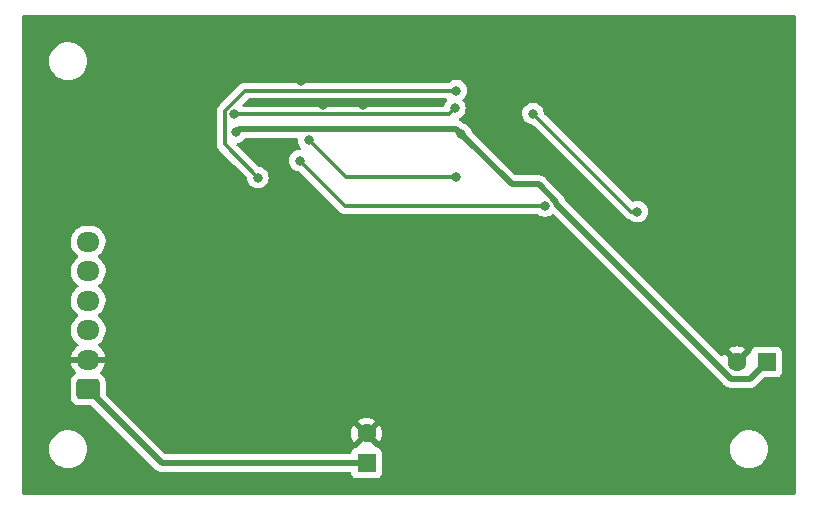
<source format=gbr>
%TF.GenerationSoftware,KiCad,Pcbnew,7.0.6*%
%TF.CreationDate,2023-11-27T09:51:19+01:00*%
%TF.ProjectId,PSACANBridgeHW_v14,50534143-414e-4427-9269-64676548575f,rev?*%
%TF.SameCoordinates,Original*%
%TF.FileFunction,Copper,L2,Bot*%
%TF.FilePolarity,Positive*%
%FSLAX46Y46*%
G04 Gerber Fmt 4.6, Leading zero omitted, Abs format (unit mm)*
G04 Created by KiCad (PCBNEW 7.0.6) date 2023-11-27 09:51:19*
%MOMM*%
%LPD*%
G01*
G04 APERTURE LIST*
G04 Aperture macros list*
%AMRoundRect*
0 Rectangle with rounded corners*
0 $1 Rounding radius*
0 $2 $3 $4 $5 $6 $7 $8 $9 X,Y pos of 4 corners*
0 Add a 4 corners polygon primitive as box body*
4,1,4,$2,$3,$4,$5,$6,$7,$8,$9,$2,$3,0*
0 Add four circle primitives for the rounded corners*
1,1,$1+$1,$2,$3*
1,1,$1+$1,$4,$5*
1,1,$1+$1,$6,$7*
1,1,$1+$1,$8,$9*
0 Add four rect primitives between the rounded corners*
20,1,$1+$1,$2,$3,$4,$5,0*
20,1,$1+$1,$4,$5,$6,$7,0*
20,1,$1+$1,$6,$7,$8,$9,0*
20,1,$1+$1,$8,$9,$2,$3,0*%
G04 Aperture macros list end*
%TA.AperFunction,ComponentPad*%
%ADD10RoundRect,0.250000X0.725000X-0.600000X0.725000X0.600000X-0.725000X0.600000X-0.725000X-0.600000X0*%
%TD*%
%TA.AperFunction,ComponentPad*%
%ADD11O,1.950000X1.700000*%
%TD*%
%TA.AperFunction,ComponentPad*%
%ADD12R,1.600000X1.600000*%
%TD*%
%TA.AperFunction,ComponentPad*%
%ADD13C,1.600000*%
%TD*%
%TA.AperFunction,ViaPad*%
%ADD14C,0.800000*%
%TD*%
%TA.AperFunction,Conductor*%
%ADD15C,0.300000*%
%TD*%
%TA.AperFunction,Conductor*%
%ADD16C,0.500000*%
%TD*%
G04 APERTURE END LIST*
D10*
%TO.P,J2,1,Pin_1*%
%TO.N,/+12V*%
X117557500Y-147574000D03*
D11*
%TO.P,J2,2,Pin_2*%
%TO.N,GNDD*%
X117557500Y-145074000D03*
%TO.P,J2,3,Pin_3*%
%TO.N,/CAN1_H*%
X117557500Y-142574000D03*
%TO.P,J2,4,Pin_4*%
%TO.N,/CAN1_L*%
X117557500Y-140074000D03*
%TO.P,J2,5,Pin_5*%
%TO.N,/CAN2_H*%
X117557500Y-137574000D03*
%TO.P,J2,6,Pin_6*%
%TO.N,/CAN2_L*%
X117557500Y-135074000D03*
%TD*%
D12*
%TO.P,C8,1*%
%TO.N,5V*%
X175000000Y-145262600D03*
D13*
%TO.P,C8,2*%
%TO.N,GNDD*%
X172500000Y-145262600D03*
%TD*%
D12*
%TO.P,C7,1*%
%TO.N,/+12V*%
X141147800Y-153807800D03*
D13*
%TO.P,C7,2*%
%TO.N,GNDD*%
X141147800Y-151307800D03*
%TD*%
D14*
%TO.N,GNDD*%
X137439400Y-123494800D03*
X140868400Y-123494800D03*
X126695200Y-149631400D03*
X134848600Y-135839200D03*
X141274800Y-139369800D03*
X135559800Y-121462800D03*
X127736600Y-121031000D03*
X138201400Y-149910800D03*
X127812800Y-128625600D03*
X153797000Y-152781000D03*
X150469600Y-152781000D03*
X124028200Y-123952000D03*
X122758200Y-122224800D03*
%TO.N,/CAN_RX_R*%
X155219800Y-124228900D03*
X164045100Y-132523900D03*
%TO.N,/IRQ*%
X136224300Y-126482300D03*
X148731300Y-129641300D03*
%TO.N,/CAN_RX*%
X129918500Y-124299200D03*
X148610300Y-123789900D03*
%TO.N,/MISO*%
X131939000Y-129653500D03*
X148731300Y-122290500D03*
%TO.N,/SCK*%
X135488300Y-128221700D03*
X156239300Y-132074700D03*
%TO.N,5V*%
X149152900Y-125953400D03*
X130053100Y-125830100D03*
%TD*%
D15*
%TO.N,GNDD*%
X137439400Y-123494800D02*
X140868400Y-123494800D01*
%TO.N,/CAN_RX_R*%
X163514800Y-132523900D02*
X164045100Y-132523900D01*
X155219800Y-124228900D02*
X163514800Y-132523900D01*
%TO.N,/IRQ*%
X139383300Y-129641300D02*
X148731300Y-129641300D01*
X136224300Y-126482300D02*
X139383300Y-129641300D01*
%TO.N,/CAN_RX*%
X148101000Y-124299200D02*
X129918500Y-124299200D01*
X148610300Y-123789900D02*
X148101000Y-124299200D01*
D16*
%TO.N,/+12V*%
X123791300Y-153807800D02*
X117557500Y-147574000D01*
X141147800Y-153807800D02*
X123791300Y-153807800D01*
D15*
%TO.N,/MISO*%
X130849100Y-122290500D02*
X148731300Y-122290500D01*
X129117600Y-124022000D02*
X130849100Y-122290500D01*
X129117600Y-126832100D02*
X129117600Y-124022000D01*
X131939000Y-129653500D02*
X129117600Y-126832100D01*
%TO.N,/SCK*%
X139341300Y-132074700D02*
X135488300Y-128221700D01*
X156239300Y-132074700D02*
X139341300Y-132074700D01*
D16*
%TO.N,5V*%
X153429500Y-130230000D02*
X149152900Y-125953400D01*
X155742400Y-130230000D02*
X153429500Y-130230000D01*
X157196600Y-131684200D02*
X155742400Y-130230000D01*
X157196600Y-131876200D02*
X157196600Y-131684200D01*
X172000800Y-146680400D02*
X157196600Y-131876200D01*
X173582200Y-146680400D02*
X172000800Y-146680400D01*
X175000000Y-145262600D02*
X173582200Y-146680400D01*
X130352800Y-125530400D02*
X130053100Y-125830100D01*
X148729900Y-125530400D02*
X130352800Y-125530400D01*
X149152900Y-125953400D02*
X148729900Y-125530400D01*
%TD*%
%TA.AperFunction,Conductor*%
%TO.N,GNDD*%
G36*
X147930063Y-122969002D02*
G01*
X147976556Y-123022658D01*
X147986660Y-123092932D01*
X147957166Y-123157512D01*
X147955578Y-123159310D01*
X147871265Y-123252948D01*
X147871258Y-123252958D01*
X147775776Y-123418338D01*
X147775773Y-123418345D01*
X147731813Y-123553637D01*
X147691739Y-123612242D01*
X147626342Y-123639879D01*
X147611980Y-123640700D01*
X130734350Y-123640700D01*
X130666229Y-123620698D01*
X130619736Y-123567042D01*
X130609632Y-123496768D01*
X130639126Y-123432188D01*
X130645255Y-123425604D01*
X130817902Y-123252958D01*
X131084955Y-122985904D01*
X131147268Y-122951879D01*
X131174051Y-122949000D01*
X147861942Y-122949000D01*
X147930063Y-122969002D01*
G37*
%TD.AperFunction*%
%TA.AperFunction,Conductor*%
G36*
X177344531Y-115899450D02*
G01*
X177412647Y-115919469D01*
X177459126Y-115973136D01*
X177470500Y-116025450D01*
X177470500Y-156389450D01*
X177450498Y-156457571D01*
X177396842Y-156504064D01*
X177344469Y-156515450D01*
X112126469Y-156499548D01*
X112058353Y-156479529D01*
X112011874Y-156425862D01*
X112000500Y-156373548D01*
X112000500Y-152650000D01*
X114265255Y-152650000D01*
X114284820Y-152898599D01*
X114285074Y-152901819D01*
X114344041Y-153147437D01*
X114344042Y-153147439D01*
X114440707Y-153380809D01*
X114572689Y-153596184D01*
X114736738Y-153788262D01*
X114928816Y-153952311D01*
X115144191Y-154084293D01*
X115377561Y-154180958D01*
X115623180Y-154239926D01*
X115875000Y-154259745D01*
X116126820Y-154239926D01*
X116372439Y-154180958D01*
X116605809Y-154084293D01*
X116821184Y-153952311D01*
X117013262Y-153788262D01*
X117177311Y-153596184D01*
X117309293Y-153380809D01*
X117405958Y-153147439D01*
X117464926Y-152901820D01*
X117484745Y-152650000D01*
X117464926Y-152398180D01*
X117405958Y-152152561D01*
X117309293Y-151919191D01*
X117177311Y-151703816D01*
X117013262Y-151511738D01*
X116821184Y-151347689D01*
X116605809Y-151215707D01*
X116526008Y-151182652D01*
X116372437Y-151119041D01*
X116167144Y-151069755D01*
X116126820Y-151060074D01*
X115875000Y-151040255D01*
X115623180Y-151060074D01*
X115377562Y-151119041D01*
X115144192Y-151215706D01*
X114928817Y-151347688D01*
X114736738Y-151511738D01*
X114572688Y-151703817D01*
X114440706Y-151919192D01*
X114344041Y-152152562D01*
X114285074Y-152398180D01*
X114265255Y-152650000D01*
X112000500Y-152650000D01*
X112000500Y-142516144D01*
X116070315Y-142516144D01*
X116080130Y-142747178D01*
X116128851Y-142973240D01*
X116215075Y-143187815D01*
X116215077Y-143187819D01*
X116277282Y-143288845D01*
X116336321Y-143384730D01*
X116489102Y-143558324D01*
X116669024Y-143703600D01*
X116690722Y-143715721D01*
X116740435Y-143766401D01*
X116754858Y-143835918D01*
X116729407Y-143902196D01*
X116699828Y-143930111D01*
X116576294Y-144013606D01*
X116576286Y-144013612D01*
X116409403Y-144173556D01*
X116409397Y-144173564D01*
X116271943Y-144359413D01*
X116167869Y-144565834D01*
X116100179Y-144786864D01*
X116095937Y-144820000D01*
X117156102Y-144820000D01*
X117120981Y-144874649D01*
X117082500Y-145005705D01*
X117082500Y-145142295D01*
X117120981Y-145273351D01*
X117156102Y-145328000D01*
X116098061Y-145328000D01*
X116129331Y-145473093D01*
X116215522Y-145687587D01*
X116336727Y-145884435D01*
X116489451Y-146057961D01*
X116489450Y-146057961D01*
X116516974Y-146080184D01*
X116557410Y-146138541D01*
X116559877Y-146209494D01*
X116523591Y-146270518D01*
X116503967Y-146285458D01*
X116358853Y-146374966D01*
X116358841Y-146374975D01*
X116233475Y-146500341D01*
X116233470Y-146500347D01*
X116140385Y-146651262D01*
X116084613Y-146819572D01*
X116084612Y-146819579D01*
X116074000Y-146923446D01*
X116074000Y-148224544D01*
X116084612Y-148328425D01*
X116140385Y-148496738D01*
X116233470Y-148647652D01*
X116233475Y-148647658D01*
X116358841Y-148773024D01*
X116358847Y-148773029D01*
X116358848Y-148773030D01*
X116509762Y-148866115D01*
X116678074Y-148921887D01*
X116781955Y-148932500D01*
X117791128Y-148932499D01*
X117859249Y-148952501D01*
X117880223Y-148969404D01*
X123209392Y-154298573D01*
X123221365Y-154312427D01*
X123235830Y-154331857D01*
X123276275Y-154365794D01*
X123280321Y-154369502D01*
X123286200Y-154375381D01*
X123312195Y-154395935D01*
X123371660Y-154445832D01*
X123371666Y-154445835D01*
X123377795Y-154449867D01*
X123377758Y-154449922D01*
X123384111Y-154453969D01*
X123384147Y-154453913D01*
X123390392Y-154457765D01*
X123390395Y-154457767D01*
X123460752Y-154490575D01*
X123530112Y-154525409D01*
X123530113Y-154525409D01*
X123530117Y-154525411D01*
X123537013Y-154527921D01*
X123536989Y-154527985D01*
X123544105Y-154530459D01*
X123544127Y-154530395D01*
X123551091Y-154532703D01*
X123627148Y-154548407D01*
X123702639Y-154566299D01*
X123702640Y-154566299D01*
X123702644Y-154566300D01*
X123702648Y-154566300D01*
X123709933Y-154567152D01*
X123709925Y-154567219D01*
X123717423Y-154567985D01*
X123717429Y-154567919D01*
X123724736Y-154568557D01*
X123724743Y-154568559D01*
X123802381Y-154566300D01*
X139716429Y-154566300D01*
X139784550Y-154586302D01*
X139831043Y-154639958D01*
X139841707Y-154678832D01*
X139845809Y-154716996D01*
X139845811Y-154717004D01*
X139896910Y-154854002D01*
X139896912Y-154854007D01*
X139984538Y-154971061D01*
X140101592Y-155058687D01*
X140101594Y-155058688D01*
X140101596Y-155058689D01*
X140160675Y-155080724D01*
X140238595Y-155109788D01*
X140238603Y-155109790D01*
X140299150Y-155116299D01*
X140299155Y-155116299D01*
X140299162Y-155116300D01*
X140299168Y-155116300D01*
X141996432Y-155116300D01*
X141996438Y-155116300D01*
X141996445Y-155116299D01*
X141996449Y-155116299D01*
X142056996Y-155109790D01*
X142056999Y-155109789D01*
X142057001Y-155109789D01*
X142194004Y-155058689D01*
X142311061Y-154971061D01*
X142398689Y-154854004D01*
X142449789Y-154717001D01*
X142453893Y-154678832D01*
X142456299Y-154656449D01*
X142456300Y-154656432D01*
X142456300Y-152959167D01*
X142456299Y-152959150D01*
X142449790Y-152898603D01*
X142449788Y-152898595D01*
X142398689Y-152761597D01*
X142398687Y-152761592D01*
X142315150Y-152650000D01*
X171915255Y-152650000D01*
X171934821Y-152898599D01*
X171935074Y-152901819D01*
X171994041Y-153147437D01*
X171994042Y-153147439D01*
X172090707Y-153380809D01*
X172222689Y-153596184D01*
X172386738Y-153788262D01*
X172578816Y-153952311D01*
X172794191Y-154084293D01*
X173027561Y-154180958D01*
X173273180Y-154239926D01*
X173525000Y-154259745D01*
X173776820Y-154239926D01*
X174022439Y-154180958D01*
X174255809Y-154084293D01*
X174471184Y-153952311D01*
X174663262Y-153788262D01*
X174827311Y-153596184D01*
X174959293Y-153380809D01*
X175055958Y-153147439D01*
X175114926Y-152901820D01*
X175134745Y-152650000D01*
X175114926Y-152398180D01*
X175055958Y-152152561D01*
X174959293Y-151919191D01*
X174827311Y-151703816D01*
X174663262Y-151511738D01*
X174471184Y-151347689D01*
X174255809Y-151215707D01*
X174176008Y-151182652D01*
X174022437Y-151119041D01*
X173817144Y-151069755D01*
X173776820Y-151060074D01*
X173525000Y-151040255D01*
X173524999Y-151040255D01*
X173273180Y-151060074D01*
X173027562Y-151119041D01*
X172794192Y-151215706D01*
X172578817Y-151347688D01*
X172386738Y-151511738D01*
X172222688Y-151703817D01*
X172090706Y-151919192D01*
X171994041Y-152152562D01*
X171935074Y-152398180D01*
X171915255Y-152650000D01*
X142315150Y-152650000D01*
X142311061Y-152644538D01*
X142194007Y-152556912D01*
X142194002Y-152556910D01*
X142057004Y-152505811D01*
X142056996Y-152505809D01*
X141993083Y-152498939D01*
X141993194Y-152497903D01*
X141930328Y-152475716D01*
X141886782Y-152419642D01*
X141884472Y-152403681D01*
X141187318Y-151706527D01*
X141272948Y-151692965D01*
X141385845Y-151635441D01*
X141475441Y-151545845D01*
X141532965Y-151432948D01*
X141546527Y-151347318D01*
X142234897Y-152035688D01*
X142234899Y-152035688D01*
X142284888Y-151964297D01*
X142381611Y-151756873D01*
X142381613Y-151756868D01*
X142440848Y-151535802D01*
X142460795Y-151307799D01*
X142440848Y-151079797D01*
X142381613Y-150858731D01*
X142381611Y-150858726D01*
X142284886Y-150651298D01*
X142234900Y-150579910D01*
X142234898Y-150579910D01*
X141546527Y-151268281D01*
X141532965Y-151182652D01*
X141475441Y-151069755D01*
X141385845Y-150980159D01*
X141272948Y-150922635D01*
X141187317Y-150909072D01*
X141875688Y-150220699D01*
X141875688Y-150220698D01*
X141804301Y-150170713D01*
X141596873Y-150073988D01*
X141596868Y-150073986D01*
X141375800Y-150014751D01*
X141375804Y-150014751D01*
X141147800Y-149994804D01*
X140919797Y-150014751D01*
X140698731Y-150073986D01*
X140698726Y-150073988D01*
X140491300Y-150170713D01*
X140419909Y-150220700D01*
X141108281Y-150909072D01*
X141022652Y-150922635D01*
X140909755Y-150980159D01*
X140820159Y-151069755D01*
X140762635Y-151182652D01*
X140749073Y-151268281D01*
X140060700Y-150579909D01*
X140010713Y-150651300D01*
X139913988Y-150858726D01*
X139913986Y-150858731D01*
X139854751Y-151079797D01*
X139834804Y-151307799D01*
X139854751Y-151535802D01*
X139913986Y-151756868D01*
X139913988Y-151756873D01*
X140010713Y-151964301D01*
X140060699Y-152035688D01*
X140749072Y-151347316D01*
X140762635Y-151432948D01*
X140820159Y-151545845D01*
X140909755Y-151635441D01*
X141022652Y-151692965D01*
X141108282Y-151706527D01*
X140408229Y-152406579D01*
X140403090Y-152432150D01*
X140353691Y-152483142D01*
X140302431Y-152498142D01*
X140302517Y-152498939D01*
X140238603Y-152505809D01*
X140238595Y-152505811D01*
X140101597Y-152556910D01*
X140101592Y-152556912D01*
X139984538Y-152644538D01*
X139896912Y-152761592D01*
X139896910Y-152761597D01*
X139845811Y-152898595D01*
X139845809Y-152898603D01*
X139841707Y-152936768D01*
X139814538Y-153002361D01*
X139756220Y-153042852D01*
X139716429Y-153049300D01*
X124157671Y-153049300D01*
X124089550Y-153029298D01*
X124068576Y-153012395D01*
X119077904Y-148021723D01*
X119043878Y-147959411D01*
X119040999Y-147932628D01*
X119040999Y-146923455D01*
X119030387Y-146819574D01*
X119030386Y-146819572D01*
X118974615Y-146651262D01*
X118881530Y-146500348D01*
X118881529Y-146500347D01*
X118881524Y-146500341D01*
X118756158Y-146374975D01*
X118756152Y-146374970D01*
X118609753Y-146284670D01*
X118562275Y-146231884D01*
X118550872Y-146161809D01*
X118579165Y-146096693D01*
X118588716Y-146086462D01*
X118705601Y-145974436D01*
X118705602Y-145974435D01*
X118843056Y-145788586D01*
X118947130Y-145582165D01*
X119014820Y-145361135D01*
X119019063Y-145328000D01*
X117958898Y-145328000D01*
X117994019Y-145273351D01*
X118032500Y-145142295D01*
X118032500Y-145005705D01*
X117994019Y-144874649D01*
X117958898Y-144820000D01*
X119016939Y-144820000D01*
X118985668Y-144674906D01*
X118899477Y-144460412D01*
X118778272Y-144263564D01*
X118625548Y-144090038D01*
X118625545Y-144090035D01*
X118445697Y-143944817D01*
X118445692Y-143944814D01*
X118424301Y-143932864D01*
X118374587Y-143882179D01*
X118360167Y-143812662D01*
X118385620Y-143746385D01*
X118415190Y-143718479D01*
X118539023Y-143634783D01*
X118705976Y-143474772D01*
X118843485Y-143288847D01*
X118947595Y-143082357D01*
X119015311Y-142861243D01*
X119044684Y-142631865D01*
X119034869Y-142400822D01*
X118986149Y-142174762D01*
X118899926Y-141960187D01*
X118778679Y-141763270D01*
X118625898Y-141589676D01*
X118445976Y-141444400D01*
X118424764Y-141432550D01*
X118375052Y-141381869D01*
X118360631Y-141312352D01*
X118386082Y-141246074D01*
X118415661Y-141218161D01*
X118539023Y-141134783D01*
X118705976Y-140974772D01*
X118843485Y-140788847D01*
X118947595Y-140582357D01*
X119015311Y-140361243D01*
X119044684Y-140131865D01*
X119034869Y-139900822D01*
X118986149Y-139674762D01*
X118899926Y-139460187D01*
X118778679Y-139263270D01*
X118625898Y-139089676D01*
X118445976Y-138944400D01*
X118424764Y-138932550D01*
X118375052Y-138881869D01*
X118360631Y-138812352D01*
X118386082Y-138746074D01*
X118415661Y-138718161D01*
X118539023Y-138634783D01*
X118705976Y-138474772D01*
X118843485Y-138288847D01*
X118947595Y-138082357D01*
X119015311Y-137861243D01*
X119044684Y-137631865D01*
X119034869Y-137400822D01*
X118986149Y-137174762D01*
X118899926Y-136960187D01*
X118778679Y-136763270D01*
X118625898Y-136589676D01*
X118445976Y-136444400D01*
X118424764Y-136432550D01*
X118375052Y-136381869D01*
X118360631Y-136312352D01*
X118386082Y-136246074D01*
X118415661Y-136218161D01*
X118539023Y-136134783D01*
X118705976Y-135974772D01*
X118843485Y-135788847D01*
X118947595Y-135582357D01*
X119015311Y-135361243D01*
X119044684Y-135131865D01*
X119034869Y-134900822D01*
X118986149Y-134674762D01*
X118899926Y-134460187D01*
X118778679Y-134263270D01*
X118625898Y-134089676D01*
X118445976Y-133944400D01*
X118244091Y-133831620D01*
X118244090Y-133831619D01*
X118244089Y-133831619D01*
X118026057Y-133754582D01*
X117974546Y-133745749D01*
X117798125Y-133715500D01*
X117374787Y-133715500D01*
X117202082Y-133730198D01*
X117202078Y-133730199D01*
X116978298Y-133788468D01*
X116978294Y-133788469D01*
X116978293Y-133788470D01*
X116923482Y-133813246D01*
X116767576Y-133883719D01*
X116767570Y-133883722D01*
X116575978Y-134013216D01*
X116575977Y-134013217D01*
X116409021Y-134173230D01*
X116271513Y-134359154D01*
X116167403Y-134565647D01*
X116133988Y-134674759D01*
X116099689Y-134786757D01*
X116085083Y-134900822D01*
X116070315Y-135016144D01*
X116080130Y-135247178D01*
X116128851Y-135473240D01*
X116215075Y-135687815D01*
X116215077Y-135687819D01*
X116277282Y-135788845D01*
X116336321Y-135884730D01*
X116489102Y-136058324D01*
X116669024Y-136203600D01*
X116690233Y-136215448D01*
X116739946Y-136266129D01*
X116754369Y-136335645D01*
X116728918Y-136401923D01*
X116699339Y-136429838D01*
X116575978Y-136513216D01*
X116575977Y-136513217D01*
X116409021Y-136673230D01*
X116271513Y-136859154D01*
X116167403Y-137065647D01*
X116133988Y-137174759D01*
X116099689Y-137286757D01*
X116085083Y-137400822D01*
X116070315Y-137516144D01*
X116080130Y-137747178D01*
X116128851Y-137973240D01*
X116215075Y-138187815D01*
X116215077Y-138187819D01*
X116277282Y-138288845D01*
X116336321Y-138384730D01*
X116489102Y-138558324D01*
X116669024Y-138703600D01*
X116690233Y-138715448D01*
X116739946Y-138766129D01*
X116754369Y-138835645D01*
X116728918Y-138901923D01*
X116699339Y-138929838D01*
X116575978Y-139013216D01*
X116575977Y-139013217D01*
X116409021Y-139173230D01*
X116271513Y-139359154D01*
X116167403Y-139565647D01*
X116133988Y-139674759D01*
X116099689Y-139786757D01*
X116085083Y-139900822D01*
X116070315Y-140016144D01*
X116080130Y-140247178D01*
X116128851Y-140473240D01*
X116215075Y-140687815D01*
X116215077Y-140687819D01*
X116277282Y-140788845D01*
X116336321Y-140884730D01*
X116489102Y-141058324D01*
X116669024Y-141203600D01*
X116690233Y-141215448D01*
X116739946Y-141266129D01*
X116754369Y-141335645D01*
X116728918Y-141401923D01*
X116699339Y-141429838D01*
X116575978Y-141513216D01*
X116575977Y-141513217D01*
X116409021Y-141673230D01*
X116271513Y-141859154D01*
X116167403Y-142065647D01*
X116133988Y-142174759D01*
X116099689Y-142286757D01*
X116085083Y-142400822D01*
X116070315Y-142516144D01*
X112000500Y-142516144D01*
X112000500Y-124001152D01*
X128454194Y-124001152D01*
X128458820Y-124050094D01*
X128459100Y-124056027D01*
X128459100Y-126745489D01*
X128457308Y-126761720D01*
X128457558Y-126761744D01*
X128456811Y-126769636D01*
X128459100Y-126842441D01*
X128459100Y-126873530D01*
X128460027Y-126880876D01*
X128460493Y-126886790D01*
X128462037Y-126935929D01*
X128462038Y-126935932D01*
X128468021Y-126956529D01*
X128472028Y-126975880D01*
X128474717Y-126997160D01*
X128474717Y-126997162D01*
X128492816Y-127042878D01*
X128494739Y-127048494D01*
X128508453Y-127095697D01*
X128508453Y-127095698D01*
X128519371Y-127114158D01*
X128528068Y-127131911D01*
X128535964Y-127151855D01*
X128535967Y-127151860D01*
X128542729Y-127161166D01*
X128564865Y-127191632D01*
X128568121Y-127196590D01*
X128593147Y-127238907D01*
X128608314Y-127254074D01*
X128621152Y-127269105D01*
X128633758Y-127286456D01*
X128671639Y-127317794D01*
X128676020Y-127321780D01*
X129947494Y-128593254D01*
X130996030Y-129641790D01*
X131030056Y-129704102D01*
X131032244Y-129717710D01*
X131045458Y-129843428D01*
X131104473Y-130025056D01*
X131104476Y-130025061D01*
X131199958Y-130190441D01*
X131199965Y-130190451D01*
X131327744Y-130332364D01*
X131327747Y-130332366D01*
X131482248Y-130444618D01*
X131656712Y-130522294D01*
X131843513Y-130562000D01*
X132034487Y-130562000D01*
X132221288Y-130522294D01*
X132395752Y-130444618D01*
X132550253Y-130332366D01*
X132578179Y-130301351D01*
X132678034Y-130190451D01*
X132678035Y-130190449D01*
X132678040Y-130190444D01*
X132773527Y-130025056D01*
X132832542Y-129843428D01*
X132852504Y-129653500D01*
X132832542Y-129463572D01*
X132773527Y-129281944D01*
X132678040Y-129116556D01*
X132678038Y-129116554D01*
X132678034Y-129116548D01*
X132550255Y-128974635D01*
X132395752Y-128862382D01*
X132221288Y-128784706D01*
X132034487Y-128745000D01*
X132013950Y-128745000D01*
X131945829Y-128724998D01*
X131924855Y-128708095D01*
X130153325Y-126936565D01*
X130119299Y-126874253D01*
X130124364Y-126803438D01*
X130166911Y-126746602D01*
X130216221Y-126724223D01*
X130335388Y-126698894D01*
X130509852Y-126621218D01*
X130664353Y-126508966D01*
X130681114Y-126490351D01*
X130792134Y-126367051D01*
X130792134Y-126367050D01*
X130792140Y-126367044D01*
X130800885Y-126351896D01*
X130852269Y-126302905D01*
X130910003Y-126288900D01*
X135191186Y-126288900D01*
X135259307Y-126308902D01*
X135305800Y-126362558D01*
X135316495Y-126428069D01*
X135310795Y-126482300D01*
X135310796Y-126482300D01*
X135330757Y-126672227D01*
X135354562Y-126745489D01*
X135389773Y-126853856D01*
X135418141Y-126902991D01*
X135485258Y-127019241D01*
X135485261Y-127019245D01*
X135560575Y-127102890D01*
X135591292Y-127166897D01*
X135582527Y-127237351D01*
X135537064Y-127291882D01*
X135469337Y-127313177D01*
X135466938Y-127313200D01*
X135392813Y-127313200D01*
X135206011Y-127352906D01*
X135031547Y-127430582D01*
X134877044Y-127542835D01*
X134749265Y-127684748D01*
X134749258Y-127684758D01*
X134653776Y-127850138D01*
X134653773Y-127850145D01*
X134594757Y-128031772D01*
X134574796Y-128221699D01*
X134594757Y-128411627D01*
X134624826Y-128504170D01*
X134653773Y-128593256D01*
X134653776Y-128593261D01*
X134749258Y-128758641D01*
X134749265Y-128758651D01*
X134877044Y-128900564D01*
X134877047Y-128900566D01*
X135031548Y-129012818D01*
X135206012Y-129090494D01*
X135392813Y-129130200D01*
X135413350Y-129130200D01*
X135481471Y-129150202D01*
X135502445Y-129167105D01*
X138814425Y-132479085D01*
X138824638Y-132491831D01*
X138824831Y-132491672D01*
X138829883Y-132497779D01*
X138829884Y-132497780D01*
X138882985Y-132547645D01*
X138904967Y-132569627D01*
X138904975Y-132569633D01*
X138910817Y-132574165D01*
X138915333Y-132578022D01*
X138951167Y-132611672D01*
X138969969Y-132622008D01*
X138986475Y-132632851D01*
X139003432Y-132646004D01*
X139048554Y-132665529D01*
X139053880Y-132668139D01*
X139096959Y-132691823D01*
X139096963Y-132691824D01*
X139117732Y-132697156D01*
X139136434Y-132703559D01*
X139156124Y-132712080D01*
X139204695Y-132719772D01*
X139210489Y-132720971D01*
X139258112Y-132733200D01*
X139279559Y-132733200D01*
X139299267Y-132734750D01*
X139320452Y-132738106D01*
X139358180Y-132734539D01*
X139369394Y-132733480D01*
X139375327Y-132733200D01*
X155559076Y-132733200D01*
X155627197Y-132753202D01*
X155633134Y-132757262D01*
X155782548Y-132865818D01*
X155957012Y-132943494D01*
X156143813Y-132983200D01*
X156334787Y-132983200D01*
X156521588Y-132943494D01*
X156696052Y-132865818D01*
X156850553Y-132753566D01*
X156850555Y-132753563D01*
X156850794Y-132753390D01*
X156917661Y-132729532D01*
X156986813Y-132745612D01*
X157013950Y-132766231D01*
X171418892Y-147171173D01*
X171430865Y-147185027D01*
X171445330Y-147204457D01*
X171485775Y-147238394D01*
X171489821Y-147242102D01*
X171495699Y-147247980D01*
X171521696Y-147268536D01*
X171581160Y-147318432D01*
X171581166Y-147318435D01*
X171587295Y-147322467D01*
X171587257Y-147322523D01*
X171593613Y-147326572D01*
X171593649Y-147326515D01*
X171599889Y-147330363D01*
X171599894Y-147330367D01*
X171670253Y-147363175D01*
X171739612Y-147398009D01*
X171739619Y-147398010D01*
X171746507Y-147400518D01*
X171746484Y-147400580D01*
X171753610Y-147403057D01*
X171753631Y-147402995D01*
X171760588Y-147405299D01*
X171760593Y-147405302D01*
X171836622Y-147421000D01*
X171867367Y-147428287D01*
X171912143Y-147438900D01*
X171919432Y-147439752D01*
X171919424Y-147439818D01*
X171926922Y-147440584D01*
X171926928Y-147440518D01*
X171934235Y-147441156D01*
X171934242Y-147441158D01*
X172011845Y-147438900D01*
X173517759Y-147438900D01*
X173536019Y-147440230D01*
X173540915Y-147440947D01*
X173559989Y-147443741D01*
X173593346Y-147440822D01*
X173612585Y-147439140D01*
X173618078Y-147438900D01*
X173626376Y-147438900D01*
X173626380Y-147438900D01*
X173652712Y-147435821D01*
X173659296Y-147435052D01*
X173666061Y-147434460D01*
X173736626Y-147428287D01*
X173736632Y-147428284D01*
X173743818Y-147426802D01*
X173743831Y-147426868D01*
X173751187Y-147425236D01*
X173751172Y-147425171D01*
X173758304Y-147423479D01*
X173758313Y-147423479D01*
X173831265Y-147396926D01*
X173904938Y-147372514D01*
X173904940Y-147372512D01*
X173911589Y-147369412D01*
X173911618Y-147369474D01*
X173918403Y-147366189D01*
X173918373Y-147366129D01*
X173924928Y-147362836D01*
X173924932Y-147362835D01*
X173989805Y-147320166D01*
X174055851Y-147279430D01*
X174055860Y-147279420D01*
X174061608Y-147274877D01*
X174061650Y-147274931D01*
X174067489Y-147270175D01*
X174067446Y-147270123D01*
X174073065Y-147265406D01*
X174073074Y-147265401D01*
X174098553Y-147238394D01*
X174126364Y-147208917D01*
X174727277Y-146608004D01*
X174789589Y-146573979D01*
X174816372Y-146571100D01*
X175848632Y-146571100D01*
X175848638Y-146571100D01*
X175848645Y-146571099D01*
X175848649Y-146571099D01*
X175909196Y-146564590D01*
X175909199Y-146564589D01*
X175909201Y-146564589D01*
X176046204Y-146513489D01*
X176063759Y-146500348D01*
X176163261Y-146425861D01*
X176250887Y-146308807D01*
X176250887Y-146308806D01*
X176250889Y-146308804D01*
X176301989Y-146171801D01*
X176303064Y-146161809D01*
X176308499Y-146111249D01*
X176308500Y-146111232D01*
X176308500Y-144413967D01*
X176308499Y-144413950D01*
X176301990Y-144353403D01*
X176301988Y-144353395D01*
X176250889Y-144216397D01*
X176250887Y-144216392D01*
X176163261Y-144099338D01*
X176046207Y-144011712D01*
X176046202Y-144011710D01*
X175909204Y-143960611D01*
X175909196Y-143960609D01*
X175848649Y-143954100D01*
X175848638Y-143954100D01*
X174151362Y-143954100D01*
X174151350Y-143954100D01*
X174090803Y-143960609D01*
X174090795Y-143960611D01*
X173953797Y-144011710D01*
X173953792Y-144011712D01*
X173836738Y-144099338D01*
X173749112Y-144216392D01*
X173749110Y-144216397D01*
X173698011Y-144353395D01*
X173698009Y-144353403D01*
X173691139Y-144417317D01*
X173690103Y-144417205D01*
X173667912Y-144480074D01*
X173611837Y-144523618D01*
X173595880Y-144525927D01*
X172898726Y-145223080D01*
X172885165Y-145137452D01*
X172827641Y-145024555D01*
X172738045Y-144934959D01*
X172625148Y-144877435D01*
X172539517Y-144863872D01*
X173227888Y-144175499D01*
X173227888Y-144175498D01*
X173156501Y-144125513D01*
X172949073Y-144028788D01*
X172949068Y-144028786D01*
X172728000Y-143969551D01*
X172728004Y-143969551D01*
X172500000Y-143949604D01*
X172271997Y-143969551D01*
X172050931Y-144028786D01*
X172050926Y-144028788D01*
X171843500Y-144125513D01*
X171772109Y-144175500D01*
X172460481Y-144863872D01*
X172374852Y-144877435D01*
X172261955Y-144934959D01*
X172172359Y-145024555D01*
X172114835Y-145137452D01*
X172101272Y-145223082D01*
X171412900Y-144534709D01*
X171362912Y-144606101D01*
X171362911Y-144606103D01*
X171323288Y-144691074D01*
X171276371Y-144744359D01*
X171208093Y-144763819D01*
X171140134Y-144743277D01*
X171119999Y-144726918D01*
X157976325Y-131583244D01*
X157945816Y-131533783D01*
X157945025Y-131531396D01*
X157941439Y-131515219D01*
X157941373Y-131515235D01*
X157939679Y-131508093D01*
X157939679Y-131508087D01*
X157913130Y-131435144D01*
X157888714Y-131361461D01*
X157888710Y-131361455D01*
X157885614Y-131354815D01*
X157885676Y-131354786D01*
X157882387Y-131347993D01*
X157882327Y-131348024D01*
X157879033Y-131341464D01*
X157836362Y-131276586D01*
X157795631Y-131210552D01*
X157791083Y-131204801D01*
X157791136Y-131204758D01*
X157786365Y-131198901D01*
X157786315Y-131198944D01*
X157781598Y-131193322D01*
X157725101Y-131140021D01*
X156324308Y-129739227D01*
X156312336Y-129725375D01*
X156306633Y-129717714D01*
X156297869Y-129705942D01*
X156297867Y-129705940D01*
X156257424Y-129672003D01*
X156253370Y-129668289D01*
X156247507Y-129662425D01*
X156221504Y-129641864D01*
X156162036Y-129591965D01*
X156155906Y-129587933D01*
X156155941Y-129587878D01*
X156149587Y-129583829D01*
X156149553Y-129583886D01*
X156143306Y-129580033D01*
X156072940Y-129547220D01*
X156072939Y-129547219D01*
X156003588Y-129512391D01*
X156003586Y-129512390D01*
X156003583Y-129512389D01*
X155996689Y-129509880D01*
X155996711Y-129509817D01*
X155989589Y-129507341D01*
X155989569Y-129507404D01*
X155982609Y-129505097D01*
X155906550Y-129489392D01*
X155831052Y-129471499D01*
X155823767Y-129470648D01*
X155823774Y-129470580D01*
X155816277Y-129469814D01*
X155816272Y-129469881D01*
X155808959Y-129469241D01*
X155808958Y-129469241D01*
X155731320Y-129471500D01*
X153795871Y-129471500D01*
X153727750Y-129451498D01*
X153706776Y-129434595D01*
X150073025Y-125800844D01*
X150042287Y-125750685D01*
X149987428Y-125581847D01*
X149987427Y-125581846D01*
X149987427Y-125581844D01*
X149891940Y-125416456D01*
X149891938Y-125416454D01*
X149891934Y-125416448D01*
X149764155Y-125274535D01*
X149609652Y-125162282D01*
X149553766Y-125137400D01*
X149435188Y-125084606D01*
X149394262Y-125075906D01*
X149372911Y-125071368D01*
X149310438Y-125037640D01*
X149298043Y-125023366D01*
X149285368Y-125006341D01*
X149244924Y-124972403D01*
X149240870Y-124968689D01*
X149235007Y-124962825D01*
X149209004Y-124942264D01*
X149209003Y-124942263D01*
X149149540Y-124892368D01*
X149149538Y-124892367D01*
X149149536Y-124892365D01*
X149143406Y-124888333D01*
X149143441Y-124888278D01*
X149137087Y-124884229D01*
X149137053Y-124884286D01*
X149130806Y-124880433D01*
X149060440Y-124847620D01*
X149020001Y-124827311D01*
X148968102Y-124778864D01*
X148950635Y-124710050D01*
X148973145Y-124642716D01*
X149025302Y-124599606D01*
X149067052Y-124581018D01*
X149221553Y-124468766D01*
X149221555Y-124468764D01*
X149349334Y-124326851D01*
X149349335Y-124326849D01*
X149349340Y-124326844D01*
X149405888Y-124228900D01*
X154306296Y-124228900D01*
X154326257Y-124418827D01*
X154342483Y-124468764D01*
X154385273Y-124600456D01*
X154385276Y-124600461D01*
X154480758Y-124765841D01*
X154480765Y-124765851D01*
X154608544Y-124907764D01*
X154608547Y-124907766D01*
X154763048Y-125020018D01*
X154937512Y-125097694D01*
X155124313Y-125137400D01*
X155144850Y-125137400D01*
X155212971Y-125157402D01*
X155233945Y-125174305D01*
X162987924Y-132928283D01*
X162998140Y-132941033D01*
X162998333Y-132940874D01*
X163003384Y-132946980D01*
X163056501Y-132996860D01*
X163078458Y-133018818D01*
X163078462Y-133018821D01*
X163078467Y-133018826D01*
X163084323Y-133023368D01*
X163088820Y-133027210D01*
X163124667Y-133060872D01*
X163143460Y-133071203D01*
X163159984Y-133082058D01*
X163176932Y-133095205D01*
X163222055Y-133114731D01*
X163227389Y-133117344D01*
X163270457Y-133141021D01*
X163270459Y-133141022D01*
X163270463Y-133141024D01*
X163291240Y-133146358D01*
X163309932Y-133152757D01*
X163329623Y-133161279D01*
X163363257Y-133166605D01*
X163363542Y-133166651D01*
X163427696Y-133197062D01*
X163429451Y-133198809D01*
X163433843Y-133202763D01*
X163433846Y-133202765D01*
X163433847Y-133202766D01*
X163588348Y-133315018D01*
X163762812Y-133392694D01*
X163949613Y-133432400D01*
X164140587Y-133432400D01*
X164327388Y-133392694D01*
X164501852Y-133315018D01*
X164656353Y-133202766D01*
X164701378Y-133152761D01*
X164784134Y-133060851D01*
X164784135Y-133060849D01*
X164784140Y-133060844D01*
X164879627Y-132895456D01*
X164938642Y-132713828D01*
X164958604Y-132523900D01*
X164938642Y-132333972D01*
X164879627Y-132152344D01*
X164784140Y-131986956D01*
X164784138Y-131986954D01*
X164784134Y-131986948D01*
X164656355Y-131845035D01*
X164501852Y-131732782D01*
X164327388Y-131655106D01*
X164140587Y-131615400D01*
X163949613Y-131615400D01*
X163762809Y-131655106D01*
X163713531Y-131677045D01*
X163643164Y-131686478D01*
X163578868Y-131656369D01*
X163573191Y-131651032D01*
X156162769Y-124240609D01*
X156128743Y-124178297D01*
X156126554Y-124164684D01*
X156126215Y-124161461D01*
X156113342Y-124038972D01*
X156054327Y-123857344D01*
X155958840Y-123691956D01*
X155958838Y-123691954D01*
X155958834Y-123691948D01*
X155831055Y-123550035D01*
X155676552Y-123437782D01*
X155502088Y-123360106D01*
X155315287Y-123320400D01*
X155124313Y-123320400D01*
X154937511Y-123360106D01*
X154763047Y-123437782D01*
X154608544Y-123550035D01*
X154480765Y-123691948D01*
X154480758Y-123691958D01*
X154385276Y-123857338D01*
X154385273Y-123857345D01*
X154326257Y-124038972D01*
X154306296Y-124228900D01*
X149405888Y-124228900D01*
X149444827Y-124161456D01*
X149503842Y-123979828D01*
X149523804Y-123789900D01*
X149503842Y-123599972D01*
X149444827Y-123418344D01*
X149349340Y-123252956D01*
X149285926Y-123182528D01*
X149255211Y-123118524D01*
X149263974Y-123048070D01*
X149305502Y-122996284D01*
X149342553Y-122969366D01*
X149342881Y-122969002D01*
X149470334Y-122827451D01*
X149470335Y-122827449D01*
X149470340Y-122827444D01*
X149565827Y-122662056D01*
X149624842Y-122480428D01*
X149644804Y-122290500D01*
X149624842Y-122100572D01*
X149565827Y-121918944D01*
X149470340Y-121753556D01*
X149470338Y-121753554D01*
X149470334Y-121753548D01*
X149342555Y-121611635D01*
X149188052Y-121499382D01*
X149013588Y-121421706D01*
X148826787Y-121382000D01*
X148635813Y-121382000D01*
X148449011Y-121421706D01*
X148274547Y-121499382D01*
X148125137Y-121607936D01*
X148058269Y-121631794D01*
X148051076Y-121632000D01*
X130935714Y-121632000D01*
X130919479Y-121630207D01*
X130919456Y-121630457D01*
X130911563Y-121629711D01*
X130838740Y-121632000D01*
X130807668Y-121632000D01*
X130807663Y-121632000D01*
X130807654Y-121632001D01*
X130800319Y-121632927D01*
X130794405Y-121633393D01*
X130745272Y-121634937D01*
X130745270Y-121634937D01*
X130745269Y-121634938D01*
X130724671Y-121640921D01*
X130705321Y-121644928D01*
X130684040Y-121647616D01*
X130684035Y-121647618D01*
X130638314Y-121665719D01*
X130632699Y-121667641D01*
X130585506Y-121681352D01*
X130585499Y-121681355D01*
X130567037Y-121692273D01*
X130549291Y-121700966D01*
X130529348Y-121708862D01*
X130529345Y-121708864D01*
X130489570Y-121737762D01*
X130484608Y-121741021D01*
X130442294Y-121766046D01*
X130427122Y-121781217D01*
X130412096Y-121794050D01*
X130394744Y-121806657D01*
X130394743Y-121806658D01*
X130363399Y-121844545D01*
X130359403Y-121848936D01*
X128713211Y-123495127D01*
X128700465Y-123505340D01*
X128700625Y-123505533D01*
X128694521Y-123510582D01*
X128644654Y-123563685D01*
X128622671Y-123585668D01*
X128618127Y-123591525D01*
X128614278Y-123596031D01*
X128580629Y-123631865D01*
X128580627Y-123631867D01*
X128570291Y-123650667D01*
X128559443Y-123667180D01*
X128546299Y-123684126D01*
X128546294Y-123684135D01*
X128526772Y-123729247D01*
X128524160Y-123734577D01*
X128500477Y-123777660D01*
X128500473Y-123777670D01*
X128495141Y-123798436D01*
X128488739Y-123817136D01*
X128480220Y-123836820D01*
X128480219Y-123836824D01*
X128472528Y-123885384D01*
X128471324Y-123891197D01*
X128459099Y-123938810D01*
X128459100Y-123960258D01*
X128457549Y-123979967D01*
X128454194Y-124001150D01*
X128454194Y-124001152D01*
X112000500Y-124001152D01*
X112000500Y-119795718D01*
X114265255Y-119795718D01*
X114284087Y-120035003D01*
X114285074Y-120047537D01*
X114344041Y-120293155D01*
X114344042Y-120293157D01*
X114440707Y-120526527D01*
X114572689Y-120741902D01*
X114736738Y-120933980D01*
X114928816Y-121098029D01*
X115144191Y-121230011D01*
X115377561Y-121326676D01*
X115623180Y-121385644D01*
X115875000Y-121405463D01*
X116126820Y-121385644D01*
X116372439Y-121326676D01*
X116605809Y-121230011D01*
X116821184Y-121098029D01*
X117013262Y-120933980D01*
X117177311Y-120741902D01*
X117309293Y-120526527D01*
X117405958Y-120293157D01*
X117464926Y-120047538D01*
X117484745Y-119795718D01*
X117464926Y-119543898D01*
X117405958Y-119298279D01*
X117309293Y-119064909D01*
X117177311Y-118849534D01*
X117013262Y-118657456D01*
X116821184Y-118493407D01*
X116605809Y-118361425D01*
X116372439Y-118264760D01*
X116372437Y-118264759D01*
X116204416Y-118224421D01*
X116126820Y-118205792D01*
X115875000Y-118185973D01*
X115623180Y-118205792D01*
X115377562Y-118264759D01*
X115144192Y-118361424D01*
X114928817Y-118493406D01*
X114736738Y-118657456D01*
X114572688Y-118849535D01*
X114440706Y-119064910D01*
X114344041Y-119298280D01*
X114285074Y-119543898D01*
X114265255Y-119795718D01*
X112000500Y-119795718D01*
X112000500Y-116009548D01*
X112020502Y-115941427D01*
X112074158Y-115894934D01*
X112126527Y-115883548D01*
X177344531Y-115899450D01*
G37*
%TD.AperFunction*%
%TD*%
M02*

</source>
